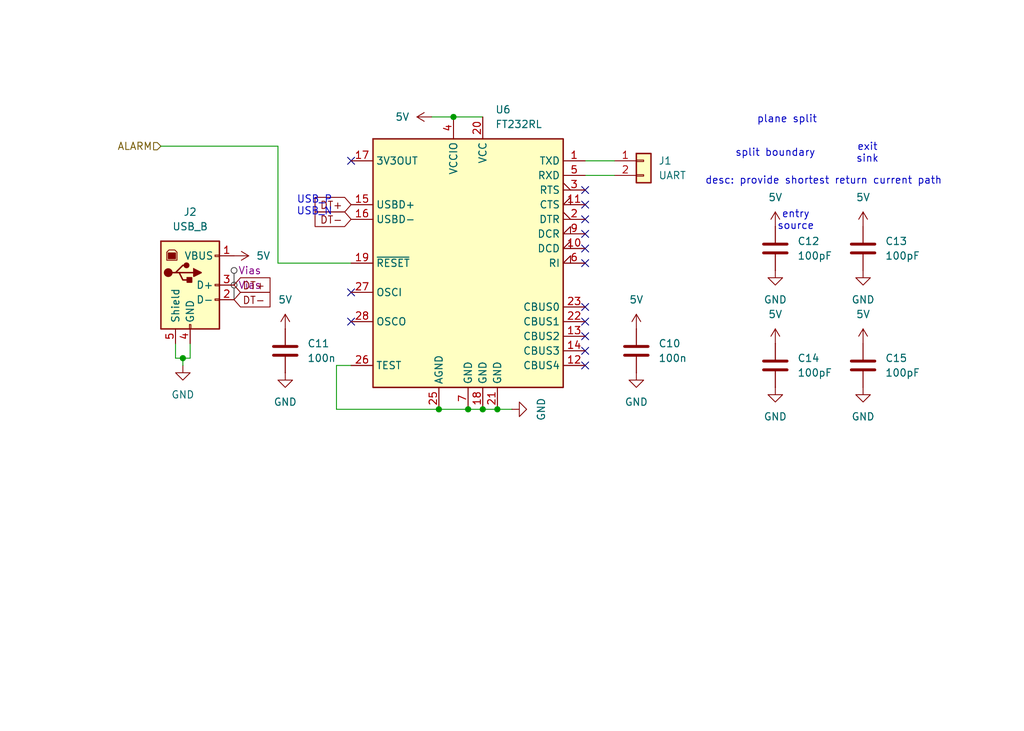
<source format=kicad_sch>
(kicad_sch
	(version 20250114)
	(generator "eeschema")
	(generator_version "9.0")
	(uuid "5ff9f91e-08e0-4c89-afbf-9172e42680bc")
	(paper "User" 177.8 127)
	(lib_symbols
		(symbol "Connector:USB_B"
			(pin_names
				(offset 1.016)
			)
			(exclude_from_sim no)
			(in_bom yes)
			(on_board yes)
			(property "Reference" "J"
				(at -5.08 11.43 0)
				(effects
					(font
						(size 1.27 1.27)
					)
					(justify left)
				)
			)
			(property "Value" "USB_B"
				(at -5.08 8.89 0)
				(effects
					(font
						(size 1.27 1.27)
					)
					(justify left)
				)
			)
			(property "Footprint" ""
				(at 3.81 -1.27 0)
				(effects
					(font
						(size 1.27 1.27)
					)
					(hide yes)
				)
			)
			(property "Datasheet" "~"
				(at 3.81 -1.27 0)
				(effects
					(font
						(size 1.27 1.27)
					)
					(hide yes)
				)
			)
			(property "Description" "USB Type B connector"
				(at 0 0 0)
				(effects
					(font
						(size 1.27 1.27)
					)
					(hide yes)
				)
			)
			(property "ki_keywords" "connector USB"
				(at 0 0 0)
				(effects
					(font
						(size 1.27 1.27)
					)
					(hide yes)
				)
			)
			(property "ki_fp_filters" "USB*"
				(at 0 0 0)
				(effects
					(font
						(size 1.27 1.27)
					)
					(hide yes)
				)
			)
			(symbol "USB_B_0_1"
				(rectangle
					(start -5.08 -7.62)
					(end 5.08 7.62)
					(stroke
						(width 0.254)
						(type default)
					)
					(fill
						(type background)
					)
				)
				(polyline
					(pts
						(xy -4.064 4.318) (xy -2.286 4.318) (xy -2.286 5.715) (xy -2.667 6.096) (xy -3.683 6.096) (xy -4.064 5.715)
						(xy -4.064 4.318)
					)
					(stroke
						(width 0)
						(type default)
					)
					(fill
						(type none)
					)
				)
				(rectangle
					(start -3.81 5.588)
					(end -2.54 4.572)
					(stroke
						(width 0)
						(type default)
					)
					(fill
						(type outline)
					)
				)
				(circle
					(center -3.81 2.159)
					(radius 0.635)
					(stroke
						(width 0.254)
						(type default)
					)
					(fill
						(type outline)
					)
				)
				(polyline
					(pts
						(xy -3.175 2.159) (xy -2.54 2.159) (xy -1.27 3.429) (xy -0.635 3.429)
					)
					(stroke
						(width 0.254)
						(type default)
					)
					(fill
						(type none)
					)
				)
				(polyline
					(pts
						(xy -2.54 2.159) (xy -1.905 2.159) (xy -1.27 0.889) (xy 0 0.889)
					)
					(stroke
						(width 0.254)
						(type default)
					)
					(fill
						(type none)
					)
				)
				(polyline
					(pts
						(xy -1.905 2.159) (xy 0.635 2.159)
					)
					(stroke
						(width 0.254)
						(type default)
					)
					(fill
						(type none)
					)
				)
				(circle
					(center -0.635 3.429)
					(radius 0.381)
					(stroke
						(width 0.254)
						(type default)
					)
					(fill
						(type outline)
					)
				)
				(rectangle
					(start -0.127 -7.62)
					(end 0.127 -6.858)
					(stroke
						(width 0)
						(type default)
					)
					(fill
						(type none)
					)
				)
				(rectangle
					(start 0.254 1.27)
					(end -0.508 0.508)
					(stroke
						(width 0.254)
						(type default)
					)
					(fill
						(type outline)
					)
				)
				(polyline
					(pts
						(xy 0.635 2.794) (xy 0.635 1.524) (xy 1.905 2.159) (xy 0.635 2.794)
					)
					(stroke
						(width 0.254)
						(type default)
					)
					(fill
						(type outline)
					)
				)
				(rectangle
					(start 5.08 4.953)
					(end 4.318 5.207)
					(stroke
						(width 0)
						(type default)
					)
					(fill
						(type none)
					)
				)
				(rectangle
					(start 5.08 -0.127)
					(end 4.318 0.127)
					(stroke
						(width 0)
						(type default)
					)
					(fill
						(type none)
					)
				)
				(rectangle
					(start 5.08 -2.667)
					(end 4.318 -2.413)
					(stroke
						(width 0)
						(type default)
					)
					(fill
						(type none)
					)
				)
			)
			(symbol "USB_B_1_1"
				(pin passive line
					(at -2.54 -10.16 90)
					(length 2.54)
					(name "Shield"
						(effects
							(font
								(size 1.27 1.27)
							)
						)
					)
					(number "5"
						(effects
							(font
								(size 1.27 1.27)
							)
						)
					)
				)
				(pin power_out line
					(at 0 -10.16 90)
					(length 2.54)
					(name "GND"
						(effects
							(font
								(size 1.27 1.27)
							)
						)
					)
					(number "4"
						(effects
							(font
								(size 1.27 1.27)
							)
						)
					)
				)
				(pin power_out line
					(at 7.62 5.08 180)
					(length 2.54)
					(name "VBUS"
						(effects
							(font
								(size 1.27 1.27)
							)
						)
					)
					(number "1"
						(effects
							(font
								(size 1.27 1.27)
							)
						)
					)
				)
				(pin bidirectional line
					(at 7.62 0 180)
					(length 2.54)
					(name "D+"
						(effects
							(font
								(size 1.27 1.27)
							)
						)
					)
					(number "3"
						(effects
							(font
								(size 1.27 1.27)
							)
						)
					)
				)
				(pin bidirectional line
					(at 7.62 -2.54 180)
					(length 2.54)
					(name "D-"
						(effects
							(font
								(size 1.27 1.27)
							)
						)
					)
					(number "2"
						(effects
							(font
								(size 1.27 1.27)
							)
						)
					)
				)
			)
			(embedded_fonts no)
		)
		(symbol "Connector_Generic:Conn_01x02"
			(pin_names
				(offset 1.016)
				(hide yes)
			)
			(exclude_from_sim no)
			(in_bom yes)
			(on_board yes)
			(property "Reference" "J"
				(at 0 2.54 0)
				(effects
					(font
						(size 1.27 1.27)
					)
				)
			)
			(property "Value" "Conn_01x02"
				(at 0 -5.08 0)
				(effects
					(font
						(size 1.27 1.27)
					)
				)
			)
			(property "Footprint" ""
				(at 0 0 0)
				(effects
					(font
						(size 1.27 1.27)
					)
					(hide yes)
				)
			)
			(property "Datasheet" "~"
				(at 0 0 0)
				(effects
					(font
						(size 1.27 1.27)
					)
					(hide yes)
				)
			)
			(property "Description" "Generic connector, single row, 01x02, script generated (kicad-library-utils/schlib/autogen/connector/)"
				(at 0 0 0)
				(effects
					(font
						(size 1.27 1.27)
					)
					(hide yes)
				)
			)
			(property "ki_keywords" "connector"
				(at 0 0 0)
				(effects
					(font
						(size 1.27 1.27)
					)
					(hide yes)
				)
			)
			(property "ki_fp_filters" "Connector*:*_1x??_*"
				(at 0 0 0)
				(effects
					(font
						(size 1.27 1.27)
					)
					(hide yes)
				)
			)
			(symbol "Conn_01x02_1_1"
				(rectangle
					(start -1.27 1.27)
					(end 1.27 -3.81)
					(stroke
						(width 0.254)
						(type default)
					)
					(fill
						(type background)
					)
				)
				(rectangle
					(start -1.27 0.127)
					(end 0 -0.127)
					(stroke
						(width 0.1524)
						(type default)
					)
					(fill
						(type none)
					)
				)
				(rectangle
					(start -1.27 -2.413)
					(end 0 -2.667)
					(stroke
						(width 0.1524)
						(type default)
					)
					(fill
						(type none)
					)
				)
				(pin passive line
					(at -5.08 0 0)
					(length 3.81)
					(name "Pin_1"
						(effects
							(font
								(size 1.27 1.27)
							)
						)
					)
					(number "1"
						(effects
							(font
								(size 1.27 1.27)
							)
						)
					)
				)
				(pin passive line
					(at -5.08 -2.54 0)
					(length 3.81)
					(name "Pin_2"
						(effects
							(font
								(size 1.27 1.27)
							)
						)
					)
					(number "2"
						(effects
							(font
								(size 1.27 1.27)
							)
						)
					)
				)
			)
			(embedded_fonts no)
		)
		(symbol "Device:C"
			(pin_numbers
				(hide yes)
			)
			(pin_names
				(offset 0.254)
			)
			(exclude_from_sim no)
			(in_bom yes)
			(on_board yes)
			(property "Reference" "C"
				(at 0.635 2.54 0)
				(effects
					(font
						(size 1.27 1.27)
					)
					(justify left)
				)
			)
			(property "Value" "C"
				(at 0.635 -2.54 0)
				(effects
					(font
						(size 1.27 1.27)
					)
					(justify left)
				)
			)
			(property "Footprint" ""
				(at 0.9652 -3.81 0)
				(effects
					(font
						(size 1.27 1.27)
					)
					(hide yes)
				)
			)
			(property "Datasheet" "~"
				(at 0 0 0)
				(effects
					(font
						(size 1.27 1.27)
					)
					(hide yes)
				)
			)
			(property "Description" "Unpolarized capacitor"
				(at 0 0 0)
				(effects
					(font
						(size 1.27 1.27)
					)
					(hide yes)
				)
			)
			(property "ki_keywords" "cap capacitor"
				(at 0 0 0)
				(effects
					(font
						(size 1.27 1.27)
					)
					(hide yes)
				)
			)
			(property "ki_fp_filters" "C_*"
				(at 0 0 0)
				(effects
					(font
						(size 1.27 1.27)
					)
					(hide yes)
				)
			)
			(symbol "C_0_1"
				(polyline
					(pts
						(xy -2.032 0.762) (xy 2.032 0.762)
					)
					(stroke
						(width 0.508)
						(type default)
					)
					(fill
						(type none)
					)
				)
				(polyline
					(pts
						(xy -2.032 -0.762) (xy 2.032 -0.762)
					)
					(stroke
						(width 0.508)
						(type default)
					)
					(fill
						(type none)
					)
				)
			)
			(symbol "C_1_1"
				(pin passive line
					(at 0 3.81 270)
					(length 2.794)
					(name "~"
						(effects
							(font
								(size 1.27 1.27)
							)
						)
					)
					(number "1"
						(effects
							(font
								(size 1.27 1.27)
							)
						)
					)
				)
				(pin passive line
					(at 0 -3.81 90)
					(length 2.794)
					(name "~"
						(effects
							(font
								(size 1.27 1.27)
							)
						)
					)
					(number "2"
						(effects
							(font
								(size 1.27 1.27)
							)
						)
					)
				)
			)
			(embedded_fonts no)
		)
		(symbol "Interface_USB:FT232RL"
			(exclude_from_sim no)
			(in_bom yes)
			(on_board yes)
			(property "Reference" "U"
				(at -16.51 22.86 0)
				(effects
					(font
						(size 1.27 1.27)
					)
					(justify left)
				)
			)
			(property "Value" "FT232RL"
				(at 10.16 22.86 0)
				(effects
					(font
						(size 1.27 1.27)
					)
					(justify left)
				)
			)
			(property "Footprint" "Package_SO:SSOP-28_5.3x10.2mm_P0.65mm"
				(at 27.94 -22.86 0)
				(effects
					(font
						(size 1.27 1.27)
					)
					(hide yes)
				)
			)
			(property "Datasheet" "https://www.ftdichip.com/Support/Documents/DataSheets/ICs/DS_FT232R.pdf"
				(at 0 0 0)
				(effects
					(font
						(size 1.27 1.27)
					)
					(hide yes)
				)
			)
			(property "Description" "USB to Serial Interface, SSOP-28"
				(at 0 0 0)
				(effects
					(font
						(size 1.27 1.27)
					)
					(hide yes)
				)
			)
			(property "ki_keywords" "FTDI USB Serial"
				(at 0 0 0)
				(effects
					(font
						(size 1.27 1.27)
					)
					(hide yes)
				)
			)
			(property "ki_fp_filters" "SSOP*5.3x10.2mm*P0.65mm*"
				(at 0 0 0)
				(effects
					(font
						(size 1.27 1.27)
					)
					(hide yes)
				)
			)
			(symbol "FT232RL_0_1"
				(rectangle
					(start -16.51 21.59)
					(end 16.51 -21.59)
					(stroke
						(width 0.254)
						(type default)
					)
					(fill
						(type background)
					)
				)
			)
			(symbol "FT232RL_1_1"
				(pin power_out line
					(at -20.32 17.78 0)
					(length 3.81)
					(name "3V3OUT"
						(effects
							(font
								(size 1.27 1.27)
							)
						)
					)
					(number "17"
						(effects
							(font
								(size 1.27 1.27)
							)
						)
					)
				)
				(pin bidirectional line
					(at -20.32 10.16 0)
					(length 3.81)
					(name "USBD+"
						(effects
							(font
								(size 1.27 1.27)
							)
						)
					)
					(number "15"
						(effects
							(font
								(size 1.27 1.27)
							)
						)
					)
				)
				(pin bidirectional line
					(at -20.32 7.62 0)
					(length 3.81)
					(name "USBD-"
						(effects
							(font
								(size 1.27 1.27)
							)
						)
					)
					(number "16"
						(effects
							(font
								(size 1.27 1.27)
							)
						)
					)
				)
				(pin input line
					(at -20.32 0 0)
					(length 3.81)
					(name "~{RESET}"
						(effects
							(font
								(size 1.27 1.27)
							)
						)
					)
					(number "19"
						(effects
							(font
								(size 1.27 1.27)
							)
						)
					)
				)
				(pin input line
					(at -20.32 -5.08 0)
					(length 3.81)
					(name "OSCI"
						(effects
							(font
								(size 1.27 1.27)
							)
						)
					)
					(number "27"
						(effects
							(font
								(size 1.27 1.27)
							)
						)
					)
				)
				(pin output line
					(at -20.32 -10.16 0)
					(length 3.81)
					(name "OSCO"
						(effects
							(font
								(size 1.27 1.27)
							)
						)
					)
					(number "28"
						(effects
							(font
								(size 1.27 1.27)
							)
						)
					)
				)
				(pin input line
					(at -20.32 -17.78 0)
					(length 3.81)
					(name "TEST"
						(effects
							(font
								(size 1.27 1.27)
							)
						)
					)
					(number "26"
						(effects
							(font
								(size 1.27 1.27)
							)
						)
					)
				)
				(pin power_in line
					(at -5.08 -25.4 90)
					(length 3.81)
					(name "AGND"
						(effects
							(font
								(size 1.27 1.27)
							)
						)
					)
					(number "25"
						(effects
							(font
								(size 1.27 1.27)
							)
						)
					)
				)
				(pin power_in line
					(at -2.54 25.4 270)
					(length 3.81)
					(name "VCCIO"
						(effects
							(font
								(size 1.27 1.27)
							)
						)
					)
					(number "4"
						(effects
							(font
								(size 1.27 1.27)
							)
						)
					)
				)
				(pin power_in line
					(at 0 -25.4 90)
					(length 3.81)
					(name "GND"
						(effects
							(font
								(size 1.27 1.27)
							)
						)
					)
					(number "7"
						(effects
							(font
								(size 1.27 1.27)
							)
						)
					)
				)
				(pin power_in line
					(at 2.54 25.4 270)
					(length 3.81)
					(name "VCC"
						(effects
							(font
								(size 1.27 1.27)
							)
						)
					)
					(number "20"
						(effects
							(font
								(size 1.27 1.27)
							)
						)
					)
				)
				(pin power_in line
					(at 2.54 -25.4 90)
					(length 3.81)
					(name "GND"
						(effects
							(font
								(size 1.27 1.27)
							)
						)
					)
					(number "18"
						(effects
							(font
								(size 1.27 1.27)
							)
						)
					)
				)
				(pin power_in line
					(at 5.08 -25.4 90)
					(length 3.81)
					(name "GND"
						(effects
							(font
								(size 1.27 1.27)
							)
						)
					)
					(number "21"
						(effects
							(font
								(size 1.27 1.27)
							)
						)
					)
				)
				(pin output line
					(at 20.32 17.78 180)
					(length 3.81)
					(name "TXD"
						(effects
							(font
								(size 1.27 1.27)
							)
						)
					)
					(number "1"
						(effects
							(font
								(size 1.27 1.27)
							)
						)
					)
				)
				(pin input line
					(at 20.32 15.24 180)
					(length 3.81)
					(name "RXD"
						(effects
							(font
								(size 1.27 1.27)
							)
						)
					)
					(number "5"
						(effects
							(font
								(size 1.27 1.27)
							)
						)
					)
				)
				(pin output output_low
					(at 20.32 12.7 180)
					(length 3.81)
					(name "RTS"
						(effects
							(font
								(size 1.27 1.27)
							)
						)
					)
					(number "3"
						(effects
							(font
								(size 1.27 1.27)
							)
						)
					)
				)
				(pin input input_low
					(at 20.32 10.16 180)
					(length 3.81)
					(name "CTS"
						(effects
							(font
								(size 1.27 1.27)
							)
						)
					)
					(number "11"
						(effects
							(font
								(size 1.27 1.27)
							)
						)
					)
				)
				(pin output output_low
					(at 20.32 7.62 180)
					(length 3.81)
					(name "DTR"
						(effects
							(font
								(size 1.27 1.27)
							)
						)
					)
					(number "2"
						(effects
							(font
								(size 1.27 1.27)
							)
						)
					)
				)
				(pin input input_low
					(at 20.32 5.08 180)
					(length 3.81)
					(name "DCR"
						(effects
							(font
								(size 1.27 1.27)
							)
						)
					)
					(number "9"
						(effects
							(font
								(size 1.27 1.27)
							)
						)
					)
				)
				(pin input input_low
					(at 20.32 2.54 180)
					(length 3.81)
					(name "DCD"
						(effects
							(font
								(size 1.27 1.27)
							)
						)
					)
					(number "10"
						(effects
							(font
								(size 1.27 1.27)
							)
						)
					)
				)
				(pin input input_low
					(at 20.32 0 180)
					(length 3.81)
					(name "RI"
						(effects
							(font
								(size 1.27 1.27)
							)
						)
					)
					(number "6"
						(effects
							(font
								(size 1.27 1.27)
							)
						)
					)
				)
				(pin bidirectional line
					(at 20.32 -7.62 180)
					(length 3.81)
					(name "CBUS0"
						(effects
							(font
								(size 1.27 1.27)
							)
						)
					)
					(number "23"
						(effects
							(font
								(size 1.27 1.27)
							)
						)
					)
				)
				(pin bidirectional line
					(at 20.32 -10.16 180)
					(length 3.81)
					(name "CBUS1"
						(effects
							(font
								(size 1.27 1.27)
							)
						)
					)
					(number "22"
						(effects
							(font
								(size 1.27 1.27)
							)
						)
					)
				)
				(pin bidirectional line
					(at 20.32 -12.7 180)
					(length 3.81)
					(name "CBUS2"
						(effects
							(font
								(size 1.27 1.27)
							)
						)
					)
					(number "13"
						(effects
							(font
								(size 1.27 1.27)
							)
						)
					)
				)
				(pin bidirectional line
					(at 20.32 -15.24 180)
					(length 3.81)
					(name "CBUS3"
						(effects
							(font
								(size 1.27 1.27)
							)
						)
					)
					(number "14"
						(effects
							(font
								(size 1.27 1.27)
							)
						)
					)
				)
				(pin bidirectional line
					(at 20.32 -17.78 180)
					(length 3.81)
					(name "CBUS4"
						(effects
							(font
								(size 1.27 1.27)
							)
						)
					)
					(number "12"
						(effects
							(font
								(size 1.27 1.27)
							)
						)
					)
				)
			)
			(embedded_fonts no)
		)
		(symbol "power:GND"
			(power)
			(pin_numbers
				(hide yes)
			)
			(pin_names
				(offset 0)
				(hide yes)
			)
			(exclude_from_sim no)
			(in_bom yes)
			(on_board yes)
			(property "Reference" "#PWR"
				(at 0 -6.35 0)
				(effects
					(font
						(size 1.27 1.27)
					)
					(hide yes)
				)
			)
			(property "Value" "GND"
				(at 0 -3.81 0)
				(effects
					(font
						(size 1.27 1.27)
					)
				)
			)
			(property "Footprint" ""
				(at 0 0 0)
				(effects
					(font
						(size 1.27 1.27)
					)
					(hide yes)
				)
			)
			(property "Datasheet" ""
				(at 0 0 0)
				(effects
					(font
						(size 1.27 1.27)
					)
					(hide yes)
				)
			)
			(property "Description" "Power symbol creates a global label with name \"GND\" , ground"
				(at 0 0 0)
				(effects
					(font
						(size 1.27 1.27)
					)
					(hide yes)
				)
			)
			(property "ki_keywords" "global power"
				(at 0 0 0)
				(effects
					(font
						(size 1.27 1.27)
					)
					(hide yes)
				)
			)
			(symbol "GND_0_1"
				(polyline
					(pts
						(xy 0 0) (xy 0 -1.27) (xy 1.27 -1.27) (xy 0 -2.54) (xy -1.27 -1.27) (xy 0 -1.27)
					)
					(stroke
						(width 0)
						(type default)
					)
					(fill
						(type none)
					)
				)
			)
			(symbol "GND_1_1"
				(pin power_in line
					(at 0 0 270)
					(length 0)
					(name "~"
						(effects
							(font
								(size 1.27 1.27)
							)
						)
					)
					(number "1"
						(effects
							(font
								(size 1.27 1.27)
							)
						)
					)
				)
			)
			(embedded_fonts no)
		)
		(symbol "power:VCC"
			(power)
			(pin_numbers
				(hide yes)
			)
			(pin_names
				(offset 0)
				(hide yes)
			)
			(exclude_from_sim no)
			(in_bom yes)
			(on_board yes)
			(property "Reference" "#PWR"
				(at 0 -3.81 0)
				(effects
					(font
						(size 1.27 1.27)
					)
					(hide yes)
				)
			)
			(property "Value" "VCC"
				(at 0 3.556 0)
				(effects
					(font
						(size 1.27 1.27)
					)
				)
			)
			(property "Footprint" ""
				(at 0 0 0)
				(effects
					(font
						(size 1.27 1.27)
					)
					(hide yes)
				)
			)
			(property "Datasheet" ""
				(at 0 0 0)
				(effects
					(font
						(size 1.27 1.27)
					)
					(hide yes)
				)
			)
			(property "Description" "Power symbol creates a global label with name \"VCC\""
				(at 0 0 0)
				(effects
					(font
						(size 1.27 1.27)
					)
					(hide yes)
				)
			)
			(property "ki_keywords" "global power"
				(at 0 0 0)
				(effects
					(font
						(size 1.27 1.27)
					)
					(hide yes)
				)
			)
			(symbol "VCC_0_1"
				(polyline
					(pts
						(xy -0.762 1.27) (xy 0 2.54)
					)
					(stroke
						(width 0)
						(type default)
					)
					(fill
						(type none)
					)
				)
				(polyline
					(pts
						(xy 0 2.54) (xy 0.762 1.27)
					)
					(stroke
						(width 0)
						(type default)
					)
					(fill
						(type none)
					)
				)
				(polyline
					(pts
						(xy 0 0) (xy 0 2.54)
					)
					(stroke
						(width 0)
						(type default)
					)
					(fill
						(type none)
					)
				)
			)
			(symbol "VCC_1_1"
				(pin power_in line
					(at 0 0 90)
					(length 0)
					(name "~"
						(effects
							(font
								(size 1.27 1.27)
							)
						)
					)
					(number "1"
						(effects
							(font
								(size 1.27 1.27)
							)
						)
					)
				)
			)
			(embedded_fonts no)
		)
	)
	(text "plane split\n"
		(exclude_from_sim no)
		(at 136.652 20.828 0)
		(effects
			(font
				(size 1.27 1.27)
			)
		)
		(uuid "0d956532-1b70-469b-b6ce-458902726c22")
	)
	(text "exit\nsink"
		(exclude_from_sim no)
		(at 150.622 26.67 0)
		(effects
			(font
				(size 1.27 1.27)
			)
		)
		(uuid "33fb150f-bc11-40f4-8051-1e195566e04f")
	)
	(text "split boundary\n"
		(exclude_from_sim no)
		(at 134.62 26.67 0)
		(effects
			(font
				(size 1.27 1.27)
			)
		)
		(uuid "7d589547-c495-4392-9fda-539cb9f2f827")
	)
	(text "entry\nsource"
		(exclude_from_sim no)
		(at 138.176 38.354 0)
		(effects
			(font
				(size 1.27 1.27)
			)
		)
		(uuid "9317caca-fb6d-4855-a1cc-97d7851932e6")
	)
	(text "USB_P\nUSB_N"
		(exclude_from_sim no)
		(at 54.61 35.814 0)
		(effects
			(font
				(size 1.27 1.27)
			)
		)
		(uuid "97937c5c-63bb-4d22-a84a-92e51c860852")
	)
	(text "desc: provide shortest return current path"
		(exclude_from_sim no)
		(at 143.002 31.496 0)
		(effects
			(font
				(size 1.27 1.27)
			)
		)
		(uuid "cce15621-4329-480d-af4d-a895d20f7aa3")
	)
	(junction
		(at 76.2 71.12)
		(diameter 0)
		(color 0 0 0 0)
		(uuid "03a473c5-9594-4f09-a389-0a52218f1350")
	)
	(junction
		(at 78.74 20.32)
		(diameter 0)
		(color 0 0 0 0)
		(uuid "1927bebf-e150-4527-b06b-cfc90ba14ced")
	)
	(junction
		(at 86.36 71.12)
		(diameter 0)
		(color 0 0 0 0)
		(uuid "896a2463-ab1d-4068-be61-ea244af7a463")
	)
	(junction
		(at 81.28 71.12)
		(diameter 0)
		(color 0 0 0 0)
		(uuid "9d9ade4e-ad85-4705-9ee7-92826bedaacc")
	)
	(junction
		(at 83.82 71.12)
		(diameter 0)
		(color 0 0 0 0)
		(uuid "9eee0858-a1ea-4eca-b3d7-33db12351fc2")
	)
	(junction
		(at 31.75 62.23)
		(diameter 0)
		(color 0 0 0 0)
		(uuid "d2ab52b5-20ad-4d58-b595-a84cdc96c7f7")
	)
	(no_connect
		(at 101.6 40.64)
		(uuid "12813c01-a315-4c7c-a672-ff0c7728edfc")
	)
	(no_connect
		(at 101.6 63.5)
		(uuid "21db27fd-7e98-44ce-8d2b-6a69ae7f2648")
	)
	(no_connect
		(at 101.6 58.42)
		(uuid "2236bb18-22be-4cd3-85dd-e2137e4cdd5f")
	)
	(no_connect
		(at 60.96 27.94)
		(uuid "27088ed8-2432-4572-b578-a9d9e1ebf8eb")
	)
	(no_connect
		(at 101.6 43.18)
		(uuid "3557605c-21af-41f7-99c4-f4de0de5194b")
	)
	(no_connect
		(at 101.6 33.02)
		(uuid "389122a1-9b87-442e-be8a-018e02d0fa20")
	)
	(no_connect
		(at 101.6 55.88)
		(uuid "64916f5e-990d-40e8-a8ce-20c0ba365c36")
	)
	(no_connect
		(at 101.6 53.34)
		(uuid "6909ebec-e6b7-46e8-9d07-55618f5aebcc")
	)
	(no_connect
		(at 60.96 50.8)
		(uuid "882aacdf-611e-457d-b617-cd603df033ad")
	)
	(no_connect
		(at 101.6 38.1)
		(uuid "8b88ac6a-4433-4642-9852-fb555e89d861")
	)
	(no_connect
		(at 101.6 60.96)
		(uuid "b59d76d1-a387-4ad9-9b83-30f1b3da8329")
	)
	(no_connect
		(at 101.6 35.56)
		(uuid "bc61c30a-abdd-4ecd-aeff-11eca9b5e0cc")
	)
	(no_connect
		(at 101.6 45.72)
		(uuid "bfe52207-adca-404e-adfa-2d71d91c0fd4")
	)
	(no_connect
		(at 60.96 55.88)
		(uuid "e2549e39-91cf-46e5-9cf9-7132c8c6f5a3")
	)
	(wire
		(pts
			(xy 101.6 30.48) (xy 106.68 30.48)
		)
		(stroke
			(width 0)
			(type default)
		)
		(uuid "000267cf-fe3a-4c3d-828a-0336db3277f0")
	)
	(wire
		(pts
			(xy 48.26 25.4) (xy 27.94 25.4)
		)
		(stroke
			(width 0)
			(type default)
		)
		(uuid "0b9837c9-3da7-41bb-95b3-0923186faef3")
	)
	(wire
		(pts
			(xy 48.26 45.72) (xy 48.26 25.4)
		)
		(stroke
			(width 0)
			(type default)
		)
		(uuid "14acfca4-bcd8-47ef-a202-92ae83efc5a3")
	)
	(wire
		(pts
			(xy 30.48 62.23) (xy 31.75 62.23)
		)
		(stroke
			(width 0)
			(type default)
		)
		(uuid "164e67ef-44c9-42b4-bb87-673e9b7db324")
	)
	(wire
		(pts
			(xy 74.93 20.32) (xy 78.74 20.32)
		)
		(stroke
			(width 0)
			(type default)
		)
		(uuid "1b34181b-7a22-4984-8e18-f5aeab6b8bba")
	)
	(wire
		(pts
			(xy 78.74 20.32) (xy 83.82 20.32)
		)
		(stroke
			(width 0)
			(type default)
		)
		(uuid "1d40f10e-23a8-4beb-85cb-57462774129a")
	)
	(wire
		(pts
			(xy 81.28 71.12) (xy 83.82 71.12)
		)
		(stroke
			(width 0)
			(type default)
		)
		(uuid "23c2cdb7-3f5f-498b-b2d5-34517b2053c0")
	)
	(wire
		(pts
			(xy 101.6 27.94) (xy 106.68 27.94)
		)
		(stroke
			(width 0)
			(type default)
		)
		(uuid "38cad8cb-917e-4189-bfc7-9927b61ffa20")
	)
	(wire
		(pts
			(xy 58.42 63.5) (xy 60.96 63.5)
		)
		(stroke
			(width 0)
			(type default)
		)
		(uuid "53665508-2ef9-4b7d-b395-6843b2cb3e57")
	)
	(wire
		(pts
			(xy 48.26 45.72) (xy 60.96 45.72)
		)
		(stroke
			(width 0)
			(type default)
		)
		(uuid "5b8cfb2a-4f29-48cd-888c-3716bf60f399")
	)
	(wire
		(pts
			(xy 33.02 59.69) (xy 33.02 62.23)
		)
		(stroke
			(width 0)
			(type default)
		)
		(uuid "62f963c9-287c-4284-b48e-b106b4e39e01")
	)
	(wire
		(pts
			(xy 83.82 71.12) (xy 86.36 71.12)
		)
		(stroke
			(width 0)
			(type default)
		)
		(uuid "7c5d4dbc-0707-4e12-ad9c-586050eb49b5")
	)
	(wire
		(pts
			(xy 86.36 71.12) (xy 88.9 71.12)
		)
		(stroke
			(width 0)
			(type default)
		)
		(uuid "88f7ec46-e028-47b2-b34a-f17e9c4a9c71")
	)
	(wire
		(pts
			(xy 30.48 59.69) (xy 30.48 62.23)
		)
		(stroke
			(width 0)
			(type default)
		)
		(uuid "8ca825d0-ba77-4458-952d-358933f7f0d7")
	)
	(wire
		(pts
			(xy 33.02 62.23) (xy 31.75 62.23)
		)
		(stroke
			(width 0)
			(type default)
		)
		(uuid "8ff62c6a-a1c4-412c-a5de-2419694aaa4d")
	)
	(wire
		(pts
			(xy 58.42 71.12) (xy 58.42 63.5)
		)
		(stroke
			(width 0)
			(type default)
		)
		(uuid "95826cf5-75c5-449e-917b-b3069490d8fa")
	)
	(wire
		(pts
			(xy 76.2 71.12) (xy 58.42 71.12)
		)
		(stroke
			(width 0)
			(type default)
		)
		(uuid "ac0a431a-d545-4649-83fb-8c6b7a28d628")
	)
	(wire
		(pts
			(xy 76.2 71.12) (xy 81.28 71.12)
		)
		(stroke
			(width 0)
			(type default)
		)
		(uuid "b72937fa-358b-4e8c-9fed-b13d9210b01e")
	)
	(wire
		(pts
			(xy 31.75 62.23) (xy 31.75 63.5)
		)
		(stroke
			(width 0)
			(type default)
		)
		(uuid "db375579-2fef-40d2-ae41-bb54f1440f8f")
	)
	(global_label "DT-"
		(shape input)
		(at 60.96 38.1 180)
		(fields_autoplaced yes)
		(effects
			(font
				(size 1.27 1.27)
			)
			(justify right)
		)
		(uuid "1f5233c7-496e-42f4-b051-67ab17e4d0b9")
		(property "Intersheetrefs" "${INTERSHEET_REFS}"
			(at 54.1648 38.1 0)
			(effects
				(font
					(size 1.27 1.27)
				)
				(justify right)
				(hide yes)
			)
		)
	)
	(global_label "DT-"
		(shape input)
		(at 40.64 52.07 0)
		(fields_autoplaced yes)
		(effects
			(font
				(size 1.27 1.27)
			)
			(justify left)
		)
		(uuid "595bcef7-7087-4ad5-99a5-d8de66af359d")
		(property "Intersheetrefs" "${INTERSHEET_REFS}"
			(at 47.4352 52.07 0)
			(effects
				(font
					(size 1.27 1.27)
				)
				(justify left)
				(hide yes)
			)
		)
	)
	(global_label "DT+"
		(shape input)
		(at 40.64 49.53 0)
		(fields_autoplaced yes)
		(effects
			(font
				(size 1.27 1.27)
			)
			(justify left)
		)
		(uuid "8a915d30-f7dc-4422-a217-dc22ef5bd511")
		(property "Intersheetrefs" "${INTERSHEET_REFS}"
			(at 47.4352 49.53 0)
			(effects
				(font
					(size 1.27 1.27)
				)
				(justify left)
				(hide yes)
			)
		)
	)
	(global_label "DT+"
		(shape input)
		(at 60.96 35.56 180)
		(fields_autoplaced yes)
		(effects
			(font
				(size 1.27 1.27)
			)
			(justify right)
		)
		(uuid "c889e712-4a4b-4528-902a-d9bbafc70e30")
		(property "Intersheetrefs" "${INTERSHEET_REFS}"
			(at 54.1648 35.56 0)
			(effects
				(font
					(size 1.27 1.27)
				)
				(justify right)
				(hide yes)
			)
		)
	)
	(hierarchical_label "ALARM"
		(shape input)
		(at 27.94 25.4 180)
		(effects
			(font
				(size 1.27 1.27)
			)
			(justify right)
		)
		(uuid "704367ee-3e9d-42e1-b2a8-b1ab76d55af8")
	)
	(netclass_flag ""
		(length 2.54)
		(shape round)
		(at 40.64 52.07 0)
		(fields_autoplaced yes)
		(effects
			(font
				(size 1.27 1.27)
			)
			(justify left bottom)
		)
		(uuid "0505c428-43eb-4e5f-b90e-0c6b0ac439a3")
		(property "Netclass" "Vias"
			(at 41.3385 49.53 0)
			(effects
				(font
					(size 1.27 1.27)
				)
				(justify left)
			)
		)
		(property "Component Class" ""
			(at -132.08 -59.69 0)
			(effects
				(font
					(size 1.27 1.27)
					(italic yes)
				)
				(hide yes)
			)
		)
	)
	(netclass_flag ""
		(length 2.54)
		(shape round)
		(at 40.64 49.53 0)
		(fields_autoplaced yes)
		(effects
			(font
				(size 1.27 1.27)
			)
			(justify left bottom)
		)
		(uuid "c623572d-157d-48d4-911d-fb9cb36af5b6")
		(property "Netclass" "Vias"
			(at 41.3385 46.99 0)
			(effects
				(font
					(size 1.27 1.27)
				)
				(justify left)
			)
		)
		(property "Component Class" ""
			(at -132.08 -62.23 0)
			(effects
				(font
					(size 1.27 1.27)
					(italic yes)
				)
				(hide yes)
			)
		)
	)
	(symbol
		(lib_id "power:VCC")
		(at 49.53 57.15 0)
		(unit 1)
		(exclude_from_sim no)
		(in_bom yes)
		(on_board yes)
		(dnp no)
		(fields_autoplaced yes)
		(uuid "063fb399-c652-4b88-8c5c-54de1fcec5e4")
		(property "Reference" "#PWR039"
			(at 49.53 60.96 0)
			(effects
				(font
					(size 1.27 1.27)
				)
				(hide yes)
			)
		)
		(property "Value" "5V"
			(at 49.53 52.07 0)
			(effects
				(font
					(size 1.27 1.27)
				)
			)
		)
		(property "Footprint" ""
			(at 49.53 57.15 0)
			(effects
				(font
					(size 1.27 1.27)
				)
				(hide yes)
			)
		)
		(property "Datasheet" ""
			(at 49.53 57.15 0)
			(effects
				(font
					(size 1.27 1.27)
				)
				(hide yes)
			)
		)
		(property "Description" "Power symbol creates a global label with name \"VCC\""
			(at 49.53 57.15 0)
			(effects
				(font
					(size 1.27 1.27)
				)
				(hide yes)
			)
		)
		(pin "1"
			(uuid "5b240838-d000-4a62-8e37-e771b347047a")
		)
		(instances
			(project "board"
				(path "/b7e46b49-ef9f-4f28-8032-5d189d1635e8/e8b77128-18d9-44e8-a7db-c5581122a883"
					(reference "#PWR039")
					(unit 1)
				)
			)
		)
	)
	(symbol
		(lib_id "Device:C")
		(at 134.62 63.5 0)
		(unit 1)
		(exclude_from_sim no)
		(in_bom yes)
		(on_board yes)
		(dnp no)
		(fields_autoplaced yes)
		(uuid "1037619a-4b94-423b-862d-951ac2c3441f")
		(property "Reference" "C14"
			(at 138.43 62.2299 0)
			(effects
				(font
					(size 1.27 1.27)
				)
				(justify left)
			)
		)
		(property "Value" "100pF"
			(at 138.43 64.7699 0)
			(effects
				(font
					(size 1.27 1.27)
				)
				(justify left)
			)
		)
		(property "Footprint" "Capacitor_SMD:C_0201_0603Metric"
			(at 135.5852 67.31 0)
			(effects
				(font
					(size 1.27 1.27)
				)
				(hide yes)
			)
		)
		(property "Datasheet" "~"
			(at 134.62 63.5 0)
			(effects
				(font
					(size 1.27 1.27)
				)
				(hide yes)
			)
		)
		(property "Description" "Unpolarized capacitor"
			(at 134.62 63.5 0)
			(effects
				(font
					(size 1.27 1.27)
				)
				(hide yes)
			)
		)
		(pin "2"
			(uuid "8c919145-8231-4f27-9392-9bbff6cbd466")
		)
		(pin "1"
			(uuid "25439557-cfde-4396-9987-84087045f8a4")
		)
		(instances
			(project "board"
				(path "/b7e46b49-ef9f-4f28-8032-5d189d1635e8/e8b77128-18d9-44e8-a7db-c5581122a883"
					(reference "C14")
					(unit 1)
				)
			)
		)
	)
	(symbol
		(lib_id "power:VCC")
		(at 134.62 59.69 0)
		(unit 1)
		(exclude_from_sim no)
		(in_bom yes)
		(on_board yes)
		(dnp no)
		(fields_autoplaced yes)
		(uuid "3317e339-4446-4026-98d5-b767b3933e52")
		(property "Reference" "#PWR043"
			(at 134.62 63.5 0)
			(effects
				(font
					(size 1.27 1.27)
				)
				(hide yes)
			)
		)
		(property "Value" "5V"
			(at 134.62 54.61 0)
			(effects
				(font
					(size 1.27 1.27)
				)
			)
		)
		(property "Footprint" ""
			(at 134.62 59.69 0)
			(effects
				(font
					(size 1.27 1.27)
				)
				(hide yes)
			)
		)
		(property "Datasheet" ""
			(at 134.62 59.69 0)
			(effects
				(font
					(size 1.27 1.27)
				)
				(hide yes)
			)
		)
		(property "Description" "Power symbol creates a global label with name \"VCC\""
			(at 134.62 59.69 0)
			(effects
				(font
					(size 1.27 1.27)
				)
				(hide yes)
			)
		)
		(pin "1"
			(uuid "9c4fe224-2324-4278-bc05-5de8e6b0c002")
		)
		(instances
			(project "board"
				(path "/b7e46b49-ef9f-4f28-8032-5d189d1635e8/e8b77128-18d9-44e8-a7db-c5581122a883"
					(reference "#PWR043")
					(unit 1)
				)
			)
		)
	)
	(symbol
		(lib_id "power:GND")
		(at 31.75 63.5 0)
		(unit 1)
		(exclude_from_sim no)
		(in_bom yes)
		(on_board yes)
		(dnp no)
		(fields_autoplaced yes)
		(uuid "36ecf997-9015-4d01-9a7d-ca95fb2cb4a6")
		(property "Reference" "#PWR041"
			(at 31.75 69.85 0)
			(effects
				(font
					(size 1.27 1.27)
				)
				(hide yes)
			)
		)
		(property "Value" "GND"
			(at 31.75 68.58 0)
			(effects
				(font
					(size 1.27 1.27)
				)
			)
		)
		(property "Footprint" ""
			(at 31.75 63.5 0)
			(effects
				(font
					(size 1.27 1.27)
				)
				(hide yes)
			)
		)
		(property "Datasheet" ""
			(at 31.75 63.5 0)
			(effects
				(font
					(size 1.27 1.27)
				)
				(hide yes)
			)
		)
		(property "Description" "Power symbol creates a global label with name \"GND\" , ground"
			(at 31.75 63.5 0)
			(effects
				(font
					(size 1.27 1.27)
				)
				(hide yes)
			)
		)
		(pin "1"
			(uuid "730c0f90-40a6-4df1-86ce-f202c8d59b97")
		)
		(instances
			(project "board"
				(path "/b7e46b49-ef9f-4f28-8032-5d189d1635e8/e8b77128-18d9-44e8-a7db-c5581122a883"
					(reference "#PWR041")
					(unit 1)
				)
			)
		)
	)
	(symbol
		(lib_id "power:GND")
		(at 134.62 46.99 0)
		(unit 1)
		(exclude_from_sim no)
		(in_bom yes)
		(on_board yes)
		(dnp no)
		(fields_autoplaced yes)
		(uuid "490cea00-b6e1-4dcd-815f-6353056a1741")
		(property "Reference" "#PWR047"
			(at 134.62 53.34 0)
			(effects
				(font
					(size 1.27 1.27)
				)
				(hide yes)
			)
		)
		(property "Value" "GND"
			(at 134.62 52.07 0)
			(effects
				(font
					(size 1.27 1.27)
				)
			)
		)
		(property "Footprint" ""
			(at 134.62 46.99 0)
			(effects
				(font
					(size 1.27 1.27)
				)
				(hide yes)
			)
		)
		(property "Datasheet" ""
			(at 134.62 46.99 0)
			(effects
				(font
					(size 1.27 1.27)
				)
				(hide yes)
			)
		)
		(property "Description" "Power symbol creates a global label with name \"GND\" , ground"
			(at 134.62 46.99 0)
			(effects
				(font
					(size 1.27 1.27)
				)
				(hide yes)
			)
		)
		(pin "1"
			(uuid "487f0f41-9b5e-4e30-9f9b-dc86373bf906")
		)
		(instances
			(project "board"
				(path "/b7e46b49-ef9f-4f28-8032-5d189d1635e8/e8b77128-18d9-44e8-a7db-c5581122a883"
					(reference "#PWR047")
					(unit 1)
				)
			)
		)
	)
	(symbol
		(lib_id "Connector_Generic:Conn_01x02")
		(at 111.76 27.94 0)
		(unit 1)
		(exclude_from_sim no)
		(in_bom yes)
		(on_board yes)
		(dnp no)
		(fields_autoplaced yes)
		(uuid "4babeeb4-75cb-4cec-b9bc-1490d178ff2b")
		(property "Reference" "J1"
			(at 114.3 27.9399 0)
			(effects
				(font
					(size 1.27 1.27)
				)
				(justify left)
			)
		)
		(property "Value" "UART"
			(at 114.3 30.4799 0)
			(effects
				(font
					(size 1.27 1.27)
				)
				(justify left)
			)
		)
		(property "Footprint" "Connector_PinSocket_2.54mm:PinSocket_1x02_P2.54mm_Vertical"
			(at 111.76 27.94 0)
			(effects
				(font
					(size 1.27 1.27)
				)
				(hide yes)
			)
		)
		(property "Datasheet" "~"
			(at 111.76 27.94 0)
			(effects
				(font
					(size 1.27 1.27)
				)
				(hide yes)
			)
		)
		(property "Description" "Generic connector, single row, 01x02, script generated (kicad-library-utils/schlib/autogen/connector/)"
			(at 111.76 27.94 0)
			(effects
				(font
					(size 1.27 1.27)
				)
				(hide yes)
			)
		)
		(pin "2"
			(uuid "b7d9928c-a947-4a33-b684-4705a58e49fc")
		)
		(pin "1"
			(uuid "cf5f8126-95c2-4184-a3ad-e3230f4fda94")
		)
		(instances
			(project "board"
				(path "/b7e46b49-ef9f-4f28-8032-5d189d1635e8/e8b77128-18d9-44e8-a7db-c5581122a883"
					(reference "J1")
					(unit 1)
				)
			)
		)
	)
	(symbol
		(lib_id "power:VCC")
		(at 110.49 57.15 0)
		(unit 1)
		(exclude_from_sim no)
		(in_bom yes)
		(on_board yes)
		(dnp no)
		(fields_autoplaced yes)
		(uuid "4dbcfd4a-9c8a-40eb-b555-7f24ff33c2f6")
		(property "Reference" "#PWR038"
			(at 110.49 60.96 0)
			(effects
				(font
					(size 1.27 1.27)
				)
				(hide yes)
			)
		)
		(property "Value" "5V"
			(at 110.49 52.07 0)
			(effects
				(font
					(size 1.27 1.27)
				)
			)
		)
		(property "Footprint" ""
			(at 110.49 57.15 0)
			(effects
				(font
					(size 1.27 1.27)
				)
				(hide yes)
			)
		)
		(property "Datasheet" ""
			(at 110.49 57.15 0)
			(effects
				(font
					(size 1.27 1.27)
				)
				(hide yes)
			)
		)
		(property "Description" "Power symbol creates a global label with name \"VCC\""
			(at 110.49 57.15 0)
			(effects
				(font
					(size 1.27 1.27)
				)
				(hide yes)
			)
		)
		(pin "1"
			(uuid "ffb6241e-be04-4649-8f13-83ed5f479c9c")
		)
		(instances
			(project "board"
				(path "/b7e46b49-ef9f-4f28-8032-5d189d1635e8/e8b77128-18d9-44e8-a7db-c5581122a883"
					(reference "#PWR038")
					(unit 1)
				)
			)
		)
	)
	(symbol
		(lib_id "power:VCC")
		(at 74.93 20.32 90)
		(unit 1)
		(exclude_from_sim no)
		(in_bom yes)
		(on_board yes)
		(dnp no)
		(fields_autoplaced yes)
		(uuid "52a89442-0010-4bb8-8052-0abc3c5b455e")
		(property "Reference" "#PWR036"
			(at 78.74 20.32 0)
			(effects
				(font
					(size 1.27 1.27)
				)
				(hide yes)
			)
		)
		(property "Value" "5V"
			(at 71.12 20.3199 90)
			(effects
				(font
					(size 1.27 1.27)
				)
				(justify left)
			)
		)
		(property "Footprint" ""
			(at 74.93 20.32 0)
			(effects
				(font
					(size 1.27 1.27)
				)
				(hide yes)
			)
		)
		(property "Datasheet" ""
			(at 74.93 20.32 0)
			(effects
				(font
					(size 1.27 1.27)
				)
				(hide yes)
			)
		)
		(property "Description" "Power symbol creates a global label with name \"VCC\""
			(at 74.93 20.32 0)
			(effects
				(font
					(size 1.27 1.27)
				)
				(hide yes)
			)
		)
		(pin "1"
			(uuid "619a731a-b6b0-4457-bb30-cad231832ab8")
		)
		(instances
			(project "board"
				(path "/b7e46b49-ef9f-4f28-8032-5d189d1635e8/e8b77128-18d9-44e8-a7db-c5581122a883"
					(reference "#PWR036")
					(unit 1)
				)
			)
		)
	)
	(symbol
		(lib_id "power:VCC")
		(at 149.86 59.69 0)
		(unit 1)
		(exclude_from_sim no)
		(in_bom yes)
		(on_board yes)
		(dnp no)
		(fields_autoplaced yes)
		(uuid "6aeda8dc-6320-4c7e-b09c-e8f726084bd0")
		(property "Reference" "#PWR044"
			(at 149.86 63.5 0)
			(effects
				(font
					(size 1.27 1.27)
				)
				(hide yes)
			)
		)
		(property "Value" "5V"
			(at 149.86 54.61 0)
			(effects
				(font
					(size 1.27 1.27)
				)
			)
		)
		(property "Footprint" ""
			(at 149.86 59.69 0)
			(effects
				(font
					(size 1.27 1.27)
				)
				(hide yes)
			)
		)
		(property "Datasheet" ""
			(at 149.86 59.69 0)
			(effects
				(font
					(size 1.27 1.27)
				)
				(hide yes)
			)
		)
		(property "Description" "Power symbol creates a global label with name \"VCC\""
			(at 149.86 59.69 0)
			(effects
				(font
					(size 1.27 1.27)
				)
				(hide yes)
			)
		)
		(pin "1"
			(uuid "9ba75af2-07a2-47b0-9ac7-661c57b4f176")
		)
		(instances
			(project "board"
				(path "/b7e46b49-ef9f-4f28-8032-5d189d1635e8/e8b77128-18d9-44e8-a7db-c5581122a883"
					(reference "#PWR044")
					(unit 1)
				)
			)
		)
	)
	(symbol
		(lib_id "power:GND")
		(at 149.86 67.31 0)
		(unit 1)
		(exclude_from_sim no)
		(in_bom yes)
		(on_board yes)
		(dnp no)
		(fields_autoplaced yes)
		(uuid "6fb988f3-71df-4417-bebf-05b47cd40c2e")
		(property "Reference" "#PWR049"
			(at 149.86 73.66 0)
			(effects
				(font
					(size 1.27 1.27)
				)
				(hide yes)
			)
		)
		(property "Value" "GND"
			(at 149.86 72.39 0)
			(effects
				(font
					(size 1.27 1.27)
				)
			)
		)
		(property "Footprint" ""
			(at 149.86 67.31 0)
			(effects
				(font
					(size 1.27 1.27)
				)
				(hide yes)
			)
		)
		(property "Datasheet" ""
			(at 149.86 67.31 0)
			(effects
				(font
					(size 1.27 1.27)
				)
				(hide yes)
			)
		)
		(property "Description" "Power symbol creates a global label with name \"GND\" , ground"
			(at 149.86 67.31 0)
			(effects
				(font
					(size 1.27 1.27)
				)
				(hide yes)
			)
		)
		(pin "1"
			(uuid "227b7a6d-f635-41f4-9988-93911c313cd7")
		)
		(instances
			(project "board"
				(path "/b7e46b49-ef9f-4f28-8032-5d189d1635e8/e8b77128-18d9-44e8-a7db-c5581122a883"
					(reference "#PWR049")
					(unit 1)
				)
			)
		)
	)
	(symbol
		(lib_id "power:VCC")
		(at 40.64 44.45 270)
		(unit 1)
		(exclude_from_sim no)
		(in_bom yes)
		(on_board yes)
		(dnp no)
		(fields_autoplaced yes)
		(uuid "745602e0-90ca-4b54-9afa-72d7d10f61b9")
		(property "Reference" "#PWR042"
			(at 36.83 44.45 0)
			(effects
				(font
					(size 1.27 1.27)
				)
				(hide yes)
			)
		)
		(property "Value" "5V"
			(at 44.45 44.4499 90)
			(effects
				(font
					(size 1.27 1.27)
				)
				(justify left)
			)
		)
		(property "Footprint" ""
			(at 40.64 44.45 0)
			(effects
				(font
					(size 1.27 1.27)
				)
				(hide yes)
			)
		)
		(property "Datasheet" ""
			(at 40.64 44.45 0)
			(effects
				(font
					(size 1.27 1.27)
				)
				(hide yes)
			)
		)
		(property "Description" "Power symbol creates a global label with name \"VCC\""
			(at 40.64 44.45 0)
			(effects
				(font
					(size 1.27 1.27)
				)
				(hide yes)
			)
		)
		(pin "1"
			(uuid "cdf96595-ebb0-4eb1-8fb8-6c716a3404fc")
		)
		(instances
			(project "board"
				(path "/b7e46b49-ef9f-4f28-8032-5d189d1635e8/e8b77128-18d9-44e8-a7db-c5581122a883"
					(reference "#PWR042")
					(unit 1)
				)
			)
		)
	)
	(symbol
		(lib_id "power:GND")
		(at 88.9 71.12 90)
		(unit 1)
		(exclude_from_sim no)
		(in_bom yes)
		(on_board yes)
		(dnp no)
		(fields_autoplaced yes)
		(uuid "89f6947f-d5ba-4c2f-be9d-39b439c4f162")
		(property "Reference" "#PWR037"
			(at 95.25 71.12 0)
			(effects
				(font
					(size 1.27 1.27)
				)
				(hide yes)
			)
		)
		(property "Value" "GND"
			(at 93.98 71.12 0)
			(effects
				(font
					(size 1.27 1.27)
				)
			)
		)
		(property "Footprint" ""
			(at 88.9 71.12 0)
			(effects
				(font
					(size 1.27 1.27)
				)
				(hide yes)
			)
		)
		(property "Datasheet" ""
			(at 88.9 71.12 0)
			(effects
				(font
					(size 1.27 1.27)
				)
				(hide yes)
			)
		)
		(property "Description" "Power symbol creates a global label with name \"GND\" , ground"
			(at 88.9 71.12 0)
			(effects
				(font
					(size 1.27 1.27)
				)
				(hide yes)
			)
		)
		(pin "1"
			(uuid "d1662c63-b30d-44c6-975d-78499a58a5e9")
		)
		(instances
			(project "board"
				(path "/b7e46b49-ef9f-4f28-8032-5d189d1635e8/e8b77128-18d9-44e8-a7db-c5581122a883"
					(reference "#PWR037")
					(unit 1)
				)
			)
		)
	)
	(symbol
		(lib_id "power:GND")
		(at 110.49 64.77 0)
		(unit 1)
		(exclude_from_sim no)
		(in_bom yes)
		(on_board yes)
		(dnp no)
		(fields_autoplaced yes)
		(uuid "965b0ceb-d858-4a94-a4a7-ab0a83d617f0")
		(property "Reference" "#PWR09"
			(at 110.49 71.12 0)
			(effects
				(font
					(size 1.27 1.27)
				)
				(hide yes)
			)
		)
		(property "Value" "GND"
			(at 110.49 69.85 0)
			(effects
				(font
					(size 1.27 1.27)
				)
			)
		)
		(property "Footprint" ""
			(at 110.49 64.77 0)
			(effects
				(font
					(size 1.27 1.27)
				)
				(hide yes)
			)
		)
		(property "Datasheet" ""
			(at 110.49 64.77 0)
			(effects
				(font
					(size 1.27 1.27)
				)
				(hide yes)
			)
		)
		(property "Description" "Power symbol creates a global label with name \"GND\" , ground"
			(at 110.49 64.77 0)
			(effects
				(font
					(size 1.27 1.27)
				)
				(hide yes)
			)
		)
		(pin "1"
			(uuid "728fb45f-5da3-4e86-98d7-ad89ccf85ea0")
		)
		(instances
			(project "board"
				(path "/b7e46b49-ef9f-4f28-8032-5d189d1635e8/e8b77128-18d9-44e8-a7db-c5581122a883"
					(reference "#PWR09")
					(unit 1)
				)
			)
		)
	)
	(symbol
		(lib_id "Device:C")
		(at 149.86 63.5 0)
		(unit 1)
		(exclude_from_sim no)
		(in_bom yes)
		(on_board yes)
		(dnp no)
		(fields_autoplaced yes)
		(uuid "9d825997-2ee3-4ec3-aecc-22818fe4aad6")
		(property "Reference" "C15"
			(at 153.67 62.2299 0)
			(effects
				(font
					(size 1.27 1.27)
				)
				(justify left)
			)
		)
		(property "Value" "100pF"
			(at 153.67 64.7699 0)
			(effects
				(font
					(size 1.27 1.27)
				)
				(justify left)
			)
		)
		(property "Footprint" "Capacitor_SMD:C_0201_0603Metric"
			(at 150.8252 67.31 0)
			(effects
				(font
					(size 1.27 1.27)
				)
				(hide yes)
			)
		)
		(property "Datasheet" "~"
			(at 149.86 63.5 0)
			(effects
				(font
					(size 1.27 1.27)
				)
				(hide yes)
			)
		)
		(property "Description" "Unpolarized capacitor"
			(at 149.86 63.5 0)
			(effects
				(font
					(size 1.27 1.27)
				)
				(hide yes)
			)
		)
		(pin "2"
			(uuid "a07b2058-7bf6-4e13-9885-7882ff1f4efb")
		)
		(pin "1"
			(uuid "232bb58b-156a-48e1-a8e6-0acde5f30b12")
		)
		(instances
			(project "board"
				(path "/b7e46b49-ef9f-4f28-8032-5d189d1635e8/e8b77128-18d9-44e8-a7db-c5581122a883"
					(reference "C15")
					(unit 1)
				)
			)
		)
	)
	(symbol
		(lib_id "power:GND")
		(at 49.53 64.77 0)
		(unit 1)
		(exclude_from_sim no)
		(in_bom yes)
		(on_board yes)
		(dnp no)
		(fields_autoplaced yes)
		(uuid "a6a47e0a-767f-4054-9234-ebfba45ab7c4")
		(property "Reference" "#PWR040"
			(at 49.53 71.12 0)
			(effects
				(font
					(size 1.27 1.27)
				)
				(hide yes)
			)
		)
		(property "Value" "GND"
			(at 49.53 69.85 0)
			(effects
				(font
					(size 1.27 1.27)
				)
			)
		)
		(property "Footprint" ""
			(at 49.53 64.77 0)
			(effects
				(font
					(size 1.27 1.27)
				)
				(hide yes)
			)
		)
		(property "Datasheet" ""
			(at 49.53 64.77 0)
			(effects
				(font
					(size 1.27 1.27)
				)
				(hide yes)
			)
		)
		(property "Description" "Power symbol creates a global label with name \"GND\" , ground"
			(at 49.53 64.77 0)
			(effects
				(font
					(size 1.27 1.27)
				)
				(hide yes)
			)
		)
		(pin "1"
			(uuid "0680de62-8c51-405f-9959-cf7bd18e2ac4")
		)
		(instances
			(project "board"
				(path "/b7e46b49-ef9f-4f28-8032-5d189d1635e8/e8b77128-18d9-44e8-a7db-c5581122a883"
					(reference "#PWR040")
					(unit 1)
				)
			)
		)
	)
	(symbol
		(lib_id "Device:C")
		(at 149.86 43.18 0)
		(unit 1)
		(exclude_from_sim no)
		(in_bom yes)
		(on_board yes)
		(dnp no)
		(fields_autoplaced yes)
		(uuid "aaa43c4e-a2c9-499d-b8a7-7b03604b7ec2")
		(property "Reference" "C13"
			(at 153.67 41.9099 0)
			(effects
				(font
					(size 1.27 1.27)
				)
				(justify left)
			)
		)
		(property "Value" "100pF"
			(at 153.67 44.4499 0)
			(effects
				(font
					(size 1.27 1.27)
				)
				(justify left)
			)
		)
		(property "Footprint" "Capacitor_SMD:C_0201_0603Metric"
			(at 150.8252 46.99 0)
			(effects
				(font
					(size 1.27 1.27)
				)
				(hide yes)
			)
		)
		(property "Datasheet" "~"
			(at 149.86 43.18 0)
			(effects
				(font
					(size 1.27 1.27)
				)
				(hide yes)
			)
		)
		(property "Description" "Unpolarized capacitor"
			(at 149.86 43.18 0)
			(effects
				(font
					(size 1.27 1.27)
				)
				(hide yes)
			)
		)
		(pin "2"
			(uuid "34186705-22a6-4b52-83ee-de8ba75b9a96")
		)
		(pin "1"
			(uuid "0194911b-6a02-49b2-8902-866662e92dba")
		)
		(instances
			(project "board"
				(path "/b7e46b49-ef9f-4f28-8032-5d189d1635e8/e8b77128-18d9-44e8-a7db-c5581122a883"
					(reference "C13")
					(unit 1)
				)
			)
		)
	)
	(symbol
		(lib_id "Device:C")
		(at 110.49 60.96 0)
		(unit 1)
		(exclude_from_sim no)
		(in_bom yes)
		(on_board yes)
		(dnp no)
		(fields_autoplaced yes)
		(uuid "b0fd75d2-5a21-4335-a3a5-003105badf87")
		(property "Reference" "C10"
			(at 114.3 59.6899 0)
			(effects
				(font
					(size 1.27 1.27)
				)
				(justify left)
			)
		)
		(property "Value" "100n"
			(at 114.3 62.2299 0)
			(effects
				(font
					(size 1.27 1.27)
				)
				(justify left)
			)
		)
		(property "Footprint" "Capacitor_SMD:C_0603_1608Metric"
			(at 111.4552 64.77 0)
			(effects
				(font
					(size 1.27 1.27)
				)
				(hide yes)
			)
		)
		(property "Datasheet" "~"
			(at 110.49 60.96 0)
			(effects
				(font
					(size 1.27 1.27)
				)
				(hide yes)
			)
		)
		(property "Description" "Unpolarized capacitor"
			(at 110.49 60.96 0)
			(effects
				(font
					(size 1.27 1.27)
				)
				(hide yes)
			)
		)
		(pin "2"
			(uuid "1bb8f4e4-7702-4603-9ea9-c16addbbe192")
		)
		(pin "1"
			(uuid "ed6f59a0-0eec-4159-9be9-3987115d4622")
		)
		(instances
			(project "board"
				(path "/b7e46b49-ef9f-4f28-8032-5d189d1635e8/e8b77128-18d9-44e8-a7db-c5581122a883"
					(reference "C10")
					(unit 1)
				)
			)
		)
	)
	(symbol
		(lib_id "power:VCC")
		(at 134.62 39.37 0)
		(unit 1)
		(exclude_from_sim no)
		(in_bom yes)
		(on_board yes)
		(dnp no)
		(fields_autoplaced yes)
		(uuid "cb457d94-5287-4c27-a21e-e1b238d1bf01")
		(property "Reference" "#PWR046"
			(at 134.62 43.18 0)
			(effects
				(font
					(size 1.27 1.27)
				)
				(hide yes)
			)
		)
		(property "Value" "5V"
			(at 134.62 34.29 0)
			(effects
				(font
					(size 1.27 1.27)
				)
			)
		)
		(property "Footprint" ""
			(at 134.62 39.37 0)
			(effects
				(font
					(size 1.27 1.27)
				)
				(hide yes)
			)
		)
		(property "Datasheet" ""
			(at 134.62 39.37 0)
			(effects
				(font
					(size 1.27 1.27)
				)
				(hide yes)
			)
		)
		(property "Description" "Power symbol creates a global label with name \"VCC\""
			(at 134.62 39.37 0)
			(effects
				(font
					(size 1.27 1.27)
				)
				(hide yes)
			)
		)
		(pin "1"
			(uuid "2777618d-10ae-4496-b13e-a559831d571a")
		)
		(instances
			(project "board"
				(path "/b7e46b49-ef9f-4f28-8032-5d189d1635e8/e8b77128-18d9-44e8-a7db-c5581122a883"
					(reference "#PWR046")
					(unit 1)
				)
			)
		)
	)
	(symbol
		(lib_id "power:GND")
		(at 149.86 46.99 0)
		(unit 1)
		(exclude_from_sim no)
		(in_bom yes)
		(on_board yes)
		(dnp no)
		(fields_autoplaced yes)
		(uuid "d5be851b-091c-44dc-bf5a-6c4716372537")
		(property "Reference" "#PWR048"
			(at 149.86 53.34 0)
			(effects
				(font
					(size 1.27 1.27)
				)
				(hide yes)
			)
		)
		(property "Value" "GND"
			(at 149.86 52.07 0)
			(effects
				(font
					(size 1.27 1.27)
				)
			)
		)
		(property "Footprint" ""
			(at 149.86 46.99 0)
			(effects
				(font
					(size 1.27 1.27)
				)
				(hide yes)
			)
		)
		(property "Datasheet" ""
			(at 149.86 46.99 0)
			(effects
				(font
					(size 1.27 1.27)
				)
				(hide yes)
			)
		)
		(property "Description" "Power symbol creates a global label with name \"GND\" , ground"
			(at 149.86 46.99 0)
			(effects
				(font
					(size 1.27 1.27)
				)
				(hide yes)
			)
		)
		(pin "1"
			(uuid "986a53ee-efb1-415d-9634-5930c828ef61")
		)
		(instances
			(project "board"
				(path "/b7e46b49-ef9f-4f28-8032-5d189d1635e8/e8b77128-18d9-44e8-a7db-c5581122a883"
					(reference "#PWR048")
					(unit 1)
				)
			)
		)
	)
	(symbol
		(lib_id "Connector:USB_B")
		(at 33.02 49.53 0)
		(unit 1)
		(exclude_from_sim no)
		(in_bom yes)
		(on_board yes)
		(dnp no)
		(uuid "de832c34-4856-46df-b897-3c57b91b7648")
		(property "Reference" "J2"
			(at 33.02 36.83 0)
			(effects
				(font
					(size 1.27 1.27)
				)
			)
		)
		(property "Value" "USB_B"
			(at 33.02 39.37 0)
			(effects
				(font
					(size 1.27 1.27)
				)
			)
		)
		(property "Footprint" "Connector_USB:USB_Mini-B_Lumberg_2486_01_Horizontal"
			(at 36.83 50.8 0)
			(effects
				(font
					(size 1.27 1.27)
				)
				(hide yes)
			)
		)
		(property "Datasheet" "~"
			(at 36.83 50.8 0)
			(effects
				(font
					(size 1.27 1.27)
				)
				(hide yes)
			)
		)
		(property "Description" "USB Type B connector"
			(at 33.02 49.53 0)
			(effects
				(font
					(size 1.27 1.27)
				)
				(hide yes)
			)
		)
		(pin "3"
			(uuid "5dd48af6-2fdc-44ae-8838-3383b84bd40d")
		)
		(pin "2"
			(uuid "3383c4a6-a5c7-4004-9482-d6d6b46989bb")
		)
		(pin "5"
			(uuid "3720abe9-322d-40ae-bc0f-9442277bb5f1")
		)
		(pin "4"
			(uuid "f19712fe-abd8-4614-af21-cafb95e517a6")
		)
		(pin "1"
			(uuid "43149fca-cc50-43dd-8e29-c21ca1555d71")
		)
		(instances
			(project "board"
				(path "/b7e46b49-ef9f-4f28-8032-5d189d1635e8/e8b77128-18d9-44e8-a7db-c5581122a883"
					(reference "J2")
					(unit 1)
				)
			)
		)
	)
	(symbol
		(lib_id "Device:C")
		(at 49.53 60.96 0)
		(unit 1)
		(exclude_from_sim no)
		(in_bom yes)
		(on_board yes)
		(dnp no)
		(fields_autoplaced yes)
		(uuid "ed18bea9-f2ff-41dd-bbd0-2c8bbdab7a48")
		(property "Reference" "C11"
			(at 53.34 59.6899 0)
			(effects
				(font
					(size 1.27 1.27)
				)
				(justify left)
			)
		)
		(property "Value" "100n"
			(at 53.34 62.2299 0)
			(effects
				(font
					(size 1.27 1.27)
				)
				(justify left)
			)
		)
		(property "Footprint" "Capacitor_SMD:C_0603_1608Metric"
			(at 50.4952 64.77 0)
			(effects
				(font
					(size 1.27 1.27)
				)
				(hide yes)
			)
		)
		(property "Datasheet" "~"
			(at 49.53 60.96 0)
			(effects
				(font
					(size 1.27 1.27)
				)
				(hide yes)
			)
		)
		(property "Description" "Unpolarized capacitor"
			(at 49.53 60.96 0)
			(effects
				(font
					(size 1.27 1.27)
				)
				(hide yes)
			)
		)
		(pin "2"
			(uuid "21b8adf0-f442-4682-875a-e3fccff98d76")
		)
		(pin "1"
			(uuid "22a6131e-e43d-47db-bf35-9d248d717dc5")
		)
		(instances
			(project "board"
				(path "/b7e46b49-ef9f-4f28-8032-5d189d1635e8/e8b77128-18d9-44e8-a7db-c5581122a883"
					(reference "C11")
					(unit 1)
				)
			)
		)
	)
	(symbol
		(lib_id "power:GND")
		(at 134.62 67.31 0)
		(unit 1)
		(exclude_from_sim no)
		(in_bom yes)
		(on_board yes)
		(dnp no)
		(fields_autoplaced yes)
		(uuid "ef421476-e15f-443d-8154-7d975053b569")
		(property "Reference" "#PWR050"
			(at 134.62 73.66 0)
			(effects
				(font
					(size 1.27 1.27)
				)
				(hide yes)
			)
		)
		(property "Value" "GND"
			(at 134.62 72.39 0)
			(effects
				(font
					(size 1.27 1.27)
				)
			)
		)
		(property "Footprint" ""
			(at 134.62 67.31 0)
			(effects
				(font
					(size 1.27 1.27)
				)
				(hide yes)
			)
		)
		(property "Datasheet" ""
			(at 134.62 67.31 0)
			(effects
				(font
					(size 1.27 1.27)
				)
				(hide yes)
			)
		)
		(property "Description" "Power symbol creates a global label with name \"GND\" , ground"
			(at 134.62 67.31 0)
			(effects
				(font
					(size 1.27 1.27)
				)
				(hide yes)
			)
		)
		(pin "1"
			(uuid "f1e28ff7-b6ea-46ed-8c2b-cff36d214789")
		)
		(instances
			(project "board"
				(path "/b7e46b49-ef9f-4f28-8032-5d189d1635e8/e8b77128-18d9-44e8-a7db-c5581122a883"
					(reference "#PWR050")
					(unit 1)
				)
			)
		)
	)
	(symbol
		(lib_id "power:VCC")
		(at 149.86 39.37 0)
		(unit 1)
		(exclude_from_sim no)
		(in_bom yes)
		(on_board yes)
		(dnp no)
		(fields_autoplaced yes)
		(uuid "f014778c-6637-45a6-8ed8-cff2ae062e22")
		(property "Reference" "#PWR045"
			(at 149.86 43.18 0)
			(effects
				(font
					(size 1.27 1.27)
				)
				(hide yes)
			)
		)
		(property "Value" "5V"
			(at 149.86 34.29 0)
			(effects
				(font
					(size 1.27 1.27)
				)
			)
		)
		(property "Footprint" ""
			(at 149.86 39.37 0)
			(effects
				(font
					(size 1.27 1.27)
				)
				(hide yes)
			)
		)
		(property "Datasheet" ""
			(at 149.86 39.37 0)
			(effects
				(font
					(size 1.27 1.27)
				)
				(hide yes)
			)
		)
		(property "Description" "Power symbol creates a global label with name \"VCC\""
			(at 149.86 39.37 0)
			(effects
				(font
					(size 1.27 1.27)
				)
				(hide yes)
			)
		)
		(pin "1"
			(uuid "0ee27178-333f-4311-a03c-f677f55d7283")
		)
		(instances
			(project "board"
				(path "/b7e46b49-ef9f-4f28-8032-5d189d1635e8/e8b77128-18d9-44e8-a7db-c5581122a883"
					(reference "#PWR045")
					(unit 1)
				)
			)
		)
	)
	(symbol
		(lib_id "Interface_USB:FT232RL")
		(at 81.28 45.72 0)
		(unit 1)
		(exclude_from_sim no)
		(in_bom yes)
		(on_board yes)
		(dnp no)
		(fields_autoplaced yes)
		(uuid "f995a95f-fece-44b1-a7ec-7f8d54267df8")
		(property "Reference" "U6"
			(at 85.9633 19.05 0)
			(effects
				(font
					(size 1.27 1.27)
				)
				(justify left)
			)
		)
		(property "Value" "FT232RL"
			(at 85.9633 21.59 0)
			(effects
				(font
					(size 1.27 1.27)
				)
				(justify left)
			)
		)
		(property "Footprint" "Package_SO:SSOP-28_5.3x10.2mm_P0.65mm"
			(at 109.22 68.58 0)
			(effects
				(font
					(size 1.27 1.27)
				)
				(hide yes)
			)
		)
		(property "Datasheet" "https://www.ftdichip.com/Support/Documents/DataSheets/ICs/DS_FT232R.pdf"
			(at 81.28 45.72 0)
			(effects
				(font
					(size 1.27 1.27)
				)
				(hide yes)
			)
		)
		(property "Description" "USB to Serial Interface, SSOP-28"
			(at 81.28 45.72 0)
			(effects
				(font
					(size 1.27 1.27)
				)
				(hide yes)
			)
		)
		(pin "3"
			(uuid "50b773d4-c357-4ed2-8980-8b1e79b1575a")
		)
		(pin "10"
			(uuid "99012489-caa3-45ad-b265-7c376cb33589")
		)
		(pin "15"
			(uuid "02351e2e-404e-4732-bf03-e0434ab011c0")
		)
		(pin "7"
			(uuid "4323884b-a2f3-4c14-9259-faa796eec7b0")
		)
		(pin "4"
			(uuid "20cfb610-c1dc-46db-995d-be0a023f2f6d")
		)
		(pin "14"
			(uuid "4baa44d0-afd8-4e20-8c27-c773fe95c211")
		)
		(pin "12"
			(uuid "e6e76864-e8f0-42f8-8097-823957f178fc")
		)
		(pin "22"
			(uuid "58fb1200-e527-4d05-92f3-821933f60450")
		)
		(pin "20"
			(uuid "586b2246-cc13-4f40-80aa-61b40efda991")
		)
		(pin "21"
			(uuid "986ce468-aab7-4f36-a589-1aa258250c0e")
		)
		(pin "26"
			(uuid "4bfc27c2-5995-42e5-b736-0077426d4160")
		)
		(pin "18"
			(uuid "1872a46c-e4bd-4287-87f4-7c71d148cc6c")
		)
		(pin "5"
			(uuid "18fdaa7e-7df8-47bc-b683-a9617bfa9741")
		)
		(pin "23"
			(uuid "160784cf-48a8-4c58-927f-80b9ded17f61")
		)
		(pin "13"
			(uuid "1a65e48e-3300-4689-bc66-559fd33ea40d")
		)
		(pin "1"
			(uuid "2cf33f58-a3be-4445-bc8a-1753a065827d")
		)
		(pin "2"
			(uuid "f0cbec6c-cf93-4d9c-bb86-f1fade0cc34e")
		)
		(pin "6"
			(uuid "f99f1b8a-77ed-41ac-aaf8-cbbedbc774a0")
		)
		(pin "9"
			(uuid "8efdb556-8c9c-438f-af85-38d156a45dcd")
		)
		(pin "25"
			(uuid "5bf72d8d-1480-4ed9-be7c-4390eadf8343")
		)
		(pin "27"
			(uuid "55b151dc-a354-45df-af19-af777933af6b")
		)
		(pin "17"
			(uuid "25ea273d-e71e-433b-9aae-a3e54ce59733")
		)
		(pin "16"
			(uuid "bccd8ebd-ee0d-4e84-b328-d6047393cb50")
		)
		(pin "19"
			(uuid "bb1c9205-3975-4946-a2ee-fe0bff2dd989")
		)
		(pin "28"
			(uuid "7c240b37-b590-4821-b1fc-ba193b9b50d1")
		)
		(pin "11"
			(uuid "1a73d344-5fd8-48b8-9242-615bc4a38f41")
		)
		(instances
			(project "board"
				(path "/b7e46b49-ef9f-4f28-8032-5d189d1635e8/e8b77128-18d9-44e8-a7db-c5581122a883"
					(reference "U6")
					(unit 1)
				)
			)
		)
	)
	(symbol
		(lib_id "Device:C")
		(at 134.62 43.18 0)
		(unit 1)
		(exclude_from_sim no)
		(in_bom yes)
		(on_board yes)
		(dnp no)
		(fields_autoplaced yes)
		(uuid "ffd191fe-4490-4c91-b4a9-2aa0d276d755")
		(property "Reference" "C12"
			(at 138.43 41.9099 0)
			(effects
				(font
					(size 1.27 1.27)
				)
				(justify left)
			)
		)
		(property "Value" "100pF"
			(at 138.43 44.4499 0)
			(effects
				(font
					(size 1.27 1.27)
				)
				(justify left)
			)
		)
		(property "Footprint" "Capacitor_SMD:C_0201_0603Metric"
			(at 135.5852 46.99 0)
			(effects
				(font
					(size 1.27 1.27)
				)
				(hide yes)
			)
		)
		(property "Datasheet" "~"
			(at 134.62 43.18 0)
			(effects
				(font
					(size 1.27 1.27)
				)
				(hide yes)
			)
		)
		(property "Description" "Unpolarized capacitor"
			(at 134.62 43.18 0)
			(effects
				(font
					(size 1.27 1.27)
				)
				(hide yes)
			)
		)
		(pin "2"
			(uuid "879e2b7f-fef3-4f3b-98e2-52cbec31bd03")
		)
		(pin "1"
			(uuid "be2220a6-ec72-4adc-a6ab-77b27b2b548a")
		)
		(instances
			(project "board"
				(path "/b7e46b49-ef9f-4f28-8032-5d189d1635e8/e8b77128-18d9-44e8-a7db-c5581122a883"
					(reference "C12")
					(unit 1)
				)
			)
		)
	)
)

</source>
